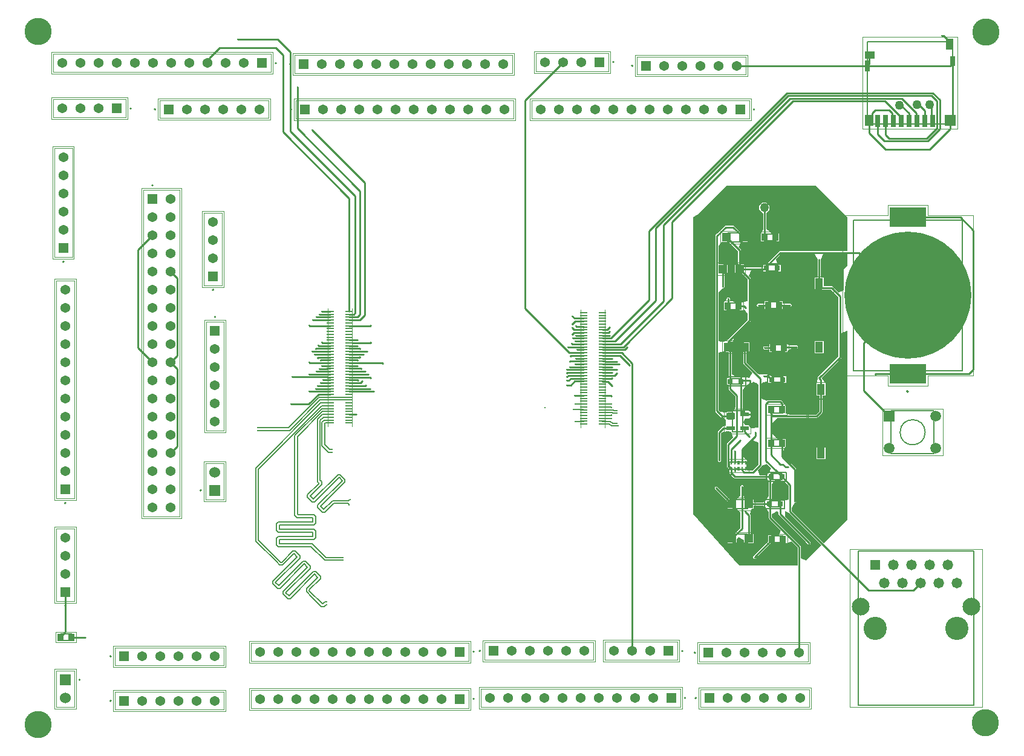
<source format=gtl>
G04*
G04 #@! TF.GenerationSoftware,Altium Limited,Altium Designer,22.1.2 (22)*
G04*
G04 Layer_Physical_Order=1*
G04 Layer_Color=255*
%FSLAX25Y25*%
%MOIN*%
G70*
G04*
G04 #@! TF.SameCoordinates,2E2365BE-A05A-434A-80F0-4BE633B458EC*
G04*
G04*
G04 #@! TF.FilePolarity,Positive*
G04*
G01*
G75*
%ADD10C,0.00787*%
%ADD11C,0.00500*%
%ADD12C,0.00394*%
%ADD13C,0.01000*%
%ADD14C,0.00197*%
%ADD15R,0.04528X0.04528*%
%ADD16R,0.03386X0.03858*%
%ADD17R,0.04488X0.00787*%
%ADD18R,0.03150X0.05906*%
%ADD19R,0.03150X0.05512*%
%ADD20R,0.05118X0.05906*%
%ADD21R,0.05906X0.05906*%
%ADD22R,0.05709X0.03937*%
%ADD23R,0.03937X0.06102*%
%ADD24R,0.02756X0.06890*%
%ADD25R,0.03150X0.03150*%
%ADD26R,0.00984X0.01968*%
%ADD27R,0.01772X0.01968*%
%ADD28R,0.20000X0.10984*%
%ADD29C,0.70000*%
G04:AMPARAMS|DCode=30|XSize=49.61mil|YSize=38.98mil|CornerRadius=9.74mil|HoleSize=0mil|Usage=FLASHONLY|Rotation=0.000|XOffset=0mil|YOffset=0mil|HoleType=Round|Shape=RoundedRectangle|*
%AMROUNDEDRECTD30*
21,1,0.04961,0.01949,0,0,0.0*
21,1,0.03012,0.03898,0,0,0.0*
1,1,0.01949,0.01506,-0.00974*
1,1,0.01949,-0.01506,-0.00974*
1,1,0.01949,-0.01506,0.00974*
1,1,0.01949,0.01506,0.00974*
%
%ADD30ROUNDEDRECTD30*%
G04:AMPARAMS|DCode=31|XSize=49.61mil|YSize=23.23mil|CornerRadius=5.81mil|HoleSize=0mil|Usage=FLASHONLY|Rotation=0.000|XOffset=0mil|YOffset=0mil|HoleType=Round|Shape=RoundedRectangle|*
%AMROUNDEDRECTD31*
21,1,0.04961,0.01161,0,0,0.0*
21,1,0.03799,0.02323,0,0,0.0*
1,1,0.01161,0.01900,-0.00581*
1,1,0.01161,-0.01900,-0.00581*
1,1,0.01161,-0.01900,0.00581*
1,1,0.01161,0.01900,0.00581*
%
%ADD31ROUNDEDRECTD31*%
%ADD32R,0.04331X0.05906*%
%ADD65R,0.05394X0.05394*%
%ADD66C,0.05394*%
%ADD67R,0.05394X0.05394*%
%ADD68C,0.12795*%
%ADD69C,0.09744*%
%ADD70R,0.05819X0.05819*%
%ADD71C,0.05819*%
%ADD72R,0.06024X0.06024*%
%ADD73C,0.06024*%
%ADD74C,0.05898*%
%ADD75R,0.05898X0.05898*%
%ADD76C,0.15000*%
%ADD77C,0.01000*%
%ADD78C,0.05000*%
G36*
X681000Y289000D02*
Y270366D01*
X644047D01*
X643435Y270112D01*
X636197Y262875D01*
X634672D01*
Y261366D01*
X624190D01*
Y263064D01*
X622492D01*
Y270748D01*
X622238Y271360D01*
X621162Y272436D01*
X622405Y275436D01*
X626190D01*
Y280564D01*
X623555D01*
X622287Y280564D01*
X618738Y284112D01*
X618126Y284366D01*
X613932D01*
X613320Y284112D01*
X609382Y280174D01*
X608488Y279280D01*
X608234Y278668D01*
Y182253D01*
X608488Y181641D01*
X611288Y178840D01*
X611900Y178587D01*
X612795D01*
X614143Y177064D01*
X614076Y174345D01*
X613936Y174040D01*
X612760Y173626D01*
X612148Y173372D01*
X612138Y173362D01*
X609888Y171112D01*
X609634Y170500D01*
Y168696D01*
Y156709D01*
X609634Y155000D01*
X609700Y154841D01*
Y154669D01*
X609822Y154547D01*
X609888Y154388D01*
X610047Y154322D01*
X610169Y154200D01*
X610341Y154200D01*
X610500Y154134D01*
X610659Y154200D01*
X610831D01*
X610953Y154322D01*
X611112Y154388D01*
X611178Y154547D01*
X611300Y154669D01*
X611300Y154841D01*
X611366Y155000D01*
Y156692D01*
Y168792D01*
X611366Y169703D01*
X611378Y170143D01*
X611439Y170214D01*
X612608Y170788D01*
X615270Y171202D01*
Y171202D01*
X615427Y171226D01*
X617116Y170636D01*
X617971Y167530D01*
X614888Y164447D01*
X614634Y163835D01*
Y152000D01*
X614888Y151388D01*
X615888Y150388D01*
X616165Y150273D01*
Y148000D01*
X616419Y147388D01*
X618419Y145388D01*
X619031Y145134D01*
X637172D01*
Y144125D01*
X637681D01*
Y135529D01*
X636220Y132875D01*
X636158Y132606D01*
X634264Y131866D01*
X629316D01*
X629316Y133564D01*
X625134Y133564D01*
X624450Y134054D01*
X624105Y134301D01*
X623866Y136430D01*
X623866Y140500D01*
X623800Y140659D01*
Y140831D01*
X623678Y140953D01*
X623612Y141112D01*
X623453Y141178D01*
X623331Y141300D01*
X623159Y141300D01*
X623000Y141366D01*
X622841Y141300D01*
X622669D01*
X622547Y141178D01*
X622388Y141112D01*
X622322Y140953D01*
X622200Y140831D01*
X622200Y140659D01*
X622134Y140500D01*
Y139858D01*
Y135706D01*
X621054Y134589D01*
X620064Y133564D01*
X619134Y133564D01*
X616161Y133564D01*
X609412Y140312D01*
X609253Y140378D01*
X609131Y140500D01*
X608959Y140500D01*
X608800Y140566D01*
X608641Y140500D01*
X608469D01*
X608347Y140378D01*
X608188Y140312D01*
X608122Y140153D01*
X608000Y140031D01*
X608000Y139859D01*
X607934Y139700D01*
X608000Y139541D01*
Y139369D01*
X608122Y139247D01*
X608188Y139088D01*
X614936Y132339D01*
X614936Y131071D01*
Y128436D01*
X619134D01*
X620064Y128436D01*
X622134Y126294D01*
Y117859D01*
X619510Y115234D01*
X619510D01*
X619169Y114894D01*
X619169Y114894D01*
X619049Y114773D01*
X619049D01*
X618839Y114564D01*
X618653Y114564D01*
X617571Y114564D01*
X614936D01*
Y109436D01*
X620064D01*
Y111682D01*
X620659Y112318D01*
Y112318D01*
X620891Y112565D01*
X621188Y112742D01*
X624188Y111040D01*
Y109436D01*
X629316D01*
Y114564D01*
X627618D01*
Y123917D01*
Y124748D01*
X627364Y125360D01*
X627288Y125436D01*
X628531Y128436D01*
X629316D01*
X629316Y130134D01*
X634264D01*
X636158Y129394D01*
X636220Y129125D01*
X637681Y126471D01*
Y123489D01*
X637935Y122877D01*
X644489Y116322D01*
X643415Y113729D01*
X641469D01*
X640507Y113729D01*
X637484D01*
X637484Y110495D01*
X630158Y103170D01*
X629388Y102400D01*
X629134Y101787D01*
X629134Y101500D01*
X629200Y101341D01*
X629200Y101169D01*
X629322Y101047D01*
X629388Y100888D01*
X629547Y100822D01*
X629669Y100700D01*
X629841D01*
X630000Y100634D01*
X630159Y100700D01*
X630331D01*
X630453Y100822D01*
X630612Y100888D01*
X630678Y101047D01*
X630800Y101169D01*
X630819Y101381D01*
X631390Y101953D01*
X638708Y109271D01*
X639976Y109271D01*
X641469Y109271D01*
X643507D01*
X644469Y109271D01*
X647493D01*
Y109399D01*
X650265Y110547D01*
X653634Y107178D01*
Y97000D01*
X621500D01*
X596000Y125500D01*
Y134500D01*
Y289000D01*
X598500Y290500D01*
X614500Y306500D01*
X663500D01*
X681000Y289000D01*
D02*
G37*
G36*
X664634Y265800D02*
Y265147D01*
Y255773D01*
X663035D01*
Y249267D01*
X667006Y249267D01*
X667165Y249201D01*
X672074D01*
X676134Y245141D01*
Y244707D01*
Y212693D01*
Y212259D01*
X675817Y211942D01*
X665753Y201877D01*
X664888Y201012D01*
X664822Y200853D01*
X664700Y200731D01*
Y200559D01*
X664634Y200400D01*
X664700Y200241D01*
Y200069D01*
X664684Y200003D01*
X664035Y197273D01*
X664035D01*
Y190767D01*
X665634D01*
Y182159D01*
X663641Y180166D01*
X649766D01*
X647016Y180771D01*
Y184888D01*
X647016Y184888D01*
Y185229D01*
X646760Y185260D01*
X645636Y186889D01*
X645333Y187191D01*
X644612Y187912D01*
X644000Y188166D01*
X644000Y188166D01*
X643672Y188166D01*
X637500D01*
X636888Y187912D01*
X636866Y187891D01*
X633866Y189133D01*
Y197567D01*
X634304Y197925D01*
X637070Y198323D01*
X637672Y197786D01*
Y197625D01*
X640578D01*
X641422Y197625D01*
X643578D01*
X644422Y197625D01*
X647328D01*
Y201375D01*
X644422D01*
X643578Y201375D01*
X641422D01*
X640578Y201375D01*
X638897Y201375D01*
X638160Y202112D01*
X637547Y202366D01*
X637329D01*
Y202366D01*
X635000Y202366D01*
X634144Y202357D01*
X633598Y202416D01*
Y202416D01*
X632749Y202508D01*
X631732Y202753D01*
X631484Y202863D01*
X630037Y204310D01*
X625366Y208981D01*
X625366Y214936D01*
X627064Y214936D01*
Y220064D01*
X621936D01*
Y214936D01*
X623634Y214936D01*
Y209766D01*
X623634Y208623D01*
X623888Y208010D01*
X628594Y203304D01*
X627155Y200500D01*
X625628Y200879D01*
X624980Y201075D01*
X624837D01*
X624837Y201075D01*
X622906D01*
Y198500D01*
X621906D01*
Y201075D01*
X619831D01*
X617366Y202367D01*
Y214936D01*
X617812D01*
Y220064D01*
X617812D01*
X618785Y222661D01*
X627612Y231488D01*
X627866Y232100D01*
Y255126D01*
X627612Y255738D01*
X626717Y256634D01*
X627959Y259634D01*
X634672D01*
Y259125D01*
X637578D01*
X638422Y259125D01*
X640578D01*
X641422Y259125D01*
X644328D01*
Y262875D01*
X642889D01*
X641647Y265875D01*
X644406Y268634D01*
X663190D01*
X664634Y265800D01*
D02*
G37*
G36*
X620760Y270389D02*
Y263064D01*
X619062D01*
Y257936D01*
X622965D01*
X626134Y254767D01*
Y243010D01*
X625822Y242696D01*
X625772Y242682D01*
X623005Y242229D01*
X620153Y242229D01*
X619019Y242229D01*
X617634Y242666D01*
X617146Y242821D01*
X617118Y242837D01*
X616366Y243366D01*
X616366Y244000D01*
X616300Y244159D01*
Y244331D01*
X616178Y244453D01*
X616112Y244612D01*
X615953Y244678D01*
X615831Y244800D01*
X615659D01*
X615500Y244866D01*
X615341Y244800D01*
X615169D01*
X615047Y244678D01*
X614888Y244612D01*
X614797Y244428D01*
X614700Y244331D01*
X614452Y243803D01*
X612995Y242229D01*
X612995D01*
X612995Y239526D01*
Y237771D01*
X616019D01*
X616981Y237771D01*
X619019D01*
X619981Y237771D01*
X621483D01*
X623005Y237771D01*
X623005Y237771D01*
X624379Y238021D01*
X625999Y235692D01*
X626134Y235362D01*
Y232459D01*
X615114Y221439D01*
X613212Y220363D01*
X611398Y220386D01*
X609966Y220744D01*
Y247660D01*
X611255Y248988D01*
X612374Y249734D01*
X612533Y249800D01*
X612705Y249800D01*
X612827Y249922D01*
X612986Y249988D01*
X613052Y250147D01*
X613174Y250269D01*
X613174Y250441D01*
X613240Y250600D01*
X613240Y250600D01*
X613240Y252579D01*
Y257936D01*
X614938D01*
Y263064D01*
X609966D01*
Y273200D01*
X611810Y275436D01*
X615713D01*
X620760Y270389D01*
D02*
G37*
G36*
X681000Y262342D02*
X679200Y260542D01*
Y248767D01*
X676200Y247525D01*
X673045Y250679D01*
X672433Y250933D01*
X667965D01*
X667965Y252039D01*
Y255773D01*
X666366D01*
Y265147D01*
Y265800D01*
X667810Y268634D01*
X681000D01*
Y262342D01*
D02*
G37*
G36*
X615634Y214815D02*
Y200375D01*
X614625D01*
Y196625D01*
X615634D01*
Y194500D01*
X615888Y193888D01*
X619334Y190441D01*
Y184562D01*
X618148Y181807D01*
X615136D01*
X614160Y181403D01*
X610990Y181588D01*
X609966Y182612D01*
Y214256D01*
X612684Y214936D01*
X615634Y214815D01*
D02*
G37*
G36*
X628000Y197500D02*
X628121D01*
X629000Y198379D01*
X631535Y197257D01*
X632134Y196891D01*
Y173936D01*
X631916Y173428D01*
X631586Y172947D01*
X627939Y172651D01*
X627211Y173340D01*
X626932Y174015D01*
X626258Y174294D01*
X624761Y174294D01*
X623706Y176121D01*
X624761Y177949D01*
X626258D01*
X627468Y178450D01*
X627969Y179659D01*
Y179740D01*
X624358D01*
Y180240D01*
X623858D01*
Y182532D01*
X623272D01*
Y193633D01*
X624980Y195925D01*
X627000Y197280D01*
Y199000D01*
X628000D01*
Y197500D01*
D02*
G37*
G36*
X632134Y164667D02*
Y152859D01*
X628697Y149422D01*
X625699Y149502D01*
X625698Y152365D01*
Y154934D01*
X623884Y157054D01*
X623803Y157805D01*
Y160578D01*
X629134Y165910D01*
X632134Y164667D01*
D02*
G37*
G36*
X638901Y150875D02*
X637658Y147875D01*
X637172D01*
Y146866D01*
X632833D01*
X631591Y149866D01*
X633612Y151888D01*
X633622Y151911D01*
X635678Y152747D01*
X636866Y152910D01*
X638901Y150875D01*
D02*
G37*
G36*
X645939Y143789D02*
X648634Y141094D01*
Y133456D01*
X645875Y132875D01*
X645634Y132875D01*
X642969D01*
X642125Y132875D01*
X639413Y133570D01*
Y141750D01*
X640922Y144125D01*
X643078D01*
X645939Y143789D01*
D02*
G37*
G36*
X681000Y226441D02*
Y122500D01*
X668012Y109512D01*
X650675Y126850D01*
X650366Y127159D01*
Y129065D01*
X650582Y129570D01*
X651998Y131636D01*
X652157Y131702D01*
X652330D01*
X652451Y131824D01*
X652610Y131889D01*
X652612Y131891D01*
X652678Y132050D01*
X652798Y132170D01*
X652798Y132340D01*
X652866Y132503D01*
X652866Y132504D01*
X652866Y133083D01*
X652866Y133083D01*
X652866Y134480D01*
Y149275D01*
Y150121D01*
X652612Y150734D01*
X650222Y153124D01*
X645878Y157468D01*
Y160079D01*
X646845Y162252D01*
X647005Y162271D01*
X647005Y162612D01*
X647005Y162612D01*
Y166729D01*
X643019D01*
Y166729D01*
X642629D01*
X639866Y169267D01*
Y175748D01*
X642829Y178434D01*
X664000D01*
X664612Y178688D01*
X667112Y181188D01*
X667366Y181800D01*
Y182627D01*
Y190767D01*
X668965D01*
Y197273D01*
X668965D01*
X667292Y199579D01*
X667112Y200012D01*
X667014Y200613D01*
X667566Y201241D01*
X677045Y210721D01*
X677612Y211288D01*
X677866Y211900D01*
Y212767D01*
Y224927D01*
X680866Y226531D01*
X681000Y226441D01*
D02*
G37*
G36*
X646594Y126958D02*
X648888Y126188D01*
X649490Y125585D01*
X666788Y108288D01*
X658366Y99866D01*
X655366Y101109D01*
Y107536D01*
X655112Y108149D01*
X639413Y123848D01*
Y125424D01*
X642413Y126945D01*
X643134Y126417D01*
X643134Y125500D01*
X643388Y124888D01*
X644563Y123712D01*
X658193Y110082D01*
X659388Y108888D01*
X659547Y108822D01*
X659669Y108700D01*
X659841Y108700D01*
X660000Y108634D01*
X660159Y108700D01*
X660331D01*
X660453Y108822D01*
X660612Y108888D01*
X660678Y109047D01*
X660800Y109169D01*
X660800Y109341D01*
X660866Y109500D01*
X660800Y109659D01*
Y109831D01*
X660678Y109953D01*
X660612Y110112D01*
X659395Y111329D01*
X646667Y124058D01*
X646579Y126960D01*
X646594Y126958D01*
D02*
G37*
%LPC*%
G36*
X636410Y297050D02*
X634090D01*
X632450Y295410D01*
Y293090D01*
X633578Y291962D01*
X634090Y291450D01*
X634200Y291366D01*
X634634Y291032D01*
Y283144D01*
Y282421D01*
X633667Y280248D01*
X633507Y280229D01*
X633507Y279888D01*
X633507Y279888D01*
Y275771D01*
X636531D01*
X637493Y275771D01*
X639531D01*
X640493Y275771D01*
X643516D01*
Y280229D01*
X640493D01*
X639310Y280229D01*
X637405Y281868D01*
X636366Y282762D01*
Y291394D01*
X636410Y291450D01*
X637153Y292193D01*
X638050Y293090D01*
Y295410D01*
X636410Y297050D01*
D02*
G37*
G36*
X641519Y242729D02*
X639481D01*
X638519Y242729D01*
X635495D01*
X635495Y241366D01*
X632000Y241366D01*
X631388Y241112D01*
X631134Y240500D01*
X631388Y239888D01*
X632000Y239634D01*
X635495Y239634D01*
X635495Y238271D01*
X638519D01*
X639481Y238271D01*
X641519D01*
X642481Y238271D01*
X645505D01*
X645505Y239634D01*
X649500Y239634D01*
X649659Y239700D01*
X649831D01*
X649953Y239822D01*
X650112Y239888D01*
X650178Y240047D01*
X650300Y240169D01*
X650300Y240169D01*
X650300Y240341D01*
X650366Y240500D01*
X650300Y240659D01*
X650300Y240831D01*
X650300Y240831D01*
X650178Y240953D01*
X650112Y241112D01*
X649953Y241178D01*
X649831Y241300D01*
X649659Y241300D01*
X649500Y241366D01*
X645505D01*
X645505Y242729D01*
X642481D01*
X641519Y242729D01*
D02*
G37*
G36*
X648005Y219229D02*
X647128D01*
D01*
X644027Y219229D01*
X641981D01*
X641019Y219229D01*
X637995D01*
X637995Y217866D01*
X635500Y217866D01*
X635341Y217800D01*
X635169D01*
X635047Y217678D01*
X634888Y217612D01*
X634822Y217453D01*
X634700Y217331D01*
X634700Y217331D01*
X634700Y217159D01*
X634634Y217000D01*
X634700Y216841D01*
X634700Y216669D01*
X634700Y216669D01*
X634822Y216547D01*
X634888Y216388D01*
X635047Y216322D01*
X635169Y216200D01*
X635341Y216200D01*
X635500Y216134D01*
X637995D01*
X637995Y214771D01*
X641019D01*
X641981Y214771D01*
X644019D01*
X644981Y214771D01*
X648005Y214771D01*
X648005Y215501D01*
X648005D01*
Y215501D01*
X648009Y215537D01*
X650550Y216634D01*
X653000Y216634D01*
X653159Y216700D01*
X653331D01*
X653453Y216822D01*
X653612Y216888D01*
X653678Y217047D01*
X653800Y217169D01*
X653800Y217169D01*
X653800Y217341D01*
X653866Y217500D01*
X653800Y217659D01*
X653800Y217831D01*
X653800Y217831D01*
X653678Y217953D01*
X653612Y218112D01*
X653453Y218178D01*
X653331Y218300D01*
X653159Y218300D01*
X653000Y218366D01*
X649670D01*
X648142Y218865D01*
X648005Y219229D01*
D02*
G37*
G36*
X667965Y220733D02*
X663035D01*
Y214228D01*
X667965D01*
Y220733D01*
D02*
G37*
G36*
X626258Y182532D02*
X624858D01*
Y180740D01*
X627969D01*
Y180821D01*
X627468Y182031D01*
X626258Y182532D01*
D02*
G37*
G36*
X668965Y162233D02*
X664035D01*
Y155728D01*
X668965D01*
Y162233D01*
D02*
G37*
%LPD*%
D10*
X629953Y348500D02*
G03*
X629953Y348500I-394J0D01*
G01*
X728433Y335610D02*
G03*
X728433Y335610I-394J0D01*
G01*
X332894Y234059D02*
G03*
X332894Y234059I-394J0D01*
G01*
X275335Y22500D02*
G03*
X275335Y22500I-394J0D01*
G01*
X298394Y306559D02*
G03*
X298394Y306559I-394J0D01*
G01*
X366453Y374000D02*
G03*
X366453Y374000I-394J0D01*
G01*
X331894Y248941D02*
G03*
X331894Y248941I-394J0D01*
G01*
X597335Y49000D02*
G03*
X597335Y49000I-394J0D01*
G01*
X275335Y47000D02*
G03*
X275335Y47000I-394J0D01*
G01*
X374835Y348500D02*
G03*
X374835Y348500I-394J0D01*
G01*
X374335Y373500D02*
G03*
X374335Y373500I-394J0D01*
G01*
X679312Y97303D02*
G03*
X679312Y97303I-394J0D01*
G01*
X552453Y374500D02*
G03*
X552453Y374500I-394J0D01*
G01*
X617425Y147153D02*
G03*
X617425Y147153I-394J0D01*
G01*
X562835Y372500D02*
G03*
X562835Y372500I-394J0D01*
G01*
X714663Y192967D02*
G03*
X714663Y192967I-557J0D01*
G01*
X286453Y349000D02*
G03*
X286453Y349000I-394J0D01*
G01*
X258268Y34000D02*
G03*
X258268Y34000I-394J0D01*
G01*
X590453Y50000D02*
G03*
X590453Y50000I-394J0D01*
G01*
X249394Y264441D02*
G03*
X249394Y264441I-394J0D01*
G01*
X475453Y49500D02*
G03*
X475453Y49500I-394J0D01*
G01*
X597835Y24000D02*
G03*
X597835Y24000I-394J0D01*
G01*
X612232Y179650D02*
G03*
X612232Y179650I-394J0D01*
G01*
X478835Y50000D02*
G03*
X478835Y50000I-394J0D01*
G01*
X666894Y153232D02*
G03*
X666894Y153232I-394J0D01*
G01*
X665894Y211732D02*
G03*
X665894Y211732I-394J0D01*
G01*
X591953Y24000D02*
G03*
X591953Y24000I-394J0D01*
G01*
X475453Y23500D02*
G03*
X475453Y23500I-394J0D01*
G01*
X250394Y74941D02*
G03*
X250394Y74941I-394J0D01*
G01*
X299835Y348500D02*
G03*
X299835Y348500I-394J0D01*
G01*
X250394Y131441D02*
G03*
X250394Y131441I-394J0D01*
G01*
X325020Y138500D02*
G03*
X325020Y138500I-394J0D01*
G01*
D11*
X530000Y183000D02*
X530063Y182937D01*
X535543D01*
X535606Y182874D01*
X549662Y185939D02*
X551061D01*
X546037Y184486D02*
X548994D01*
X549041Y184439D01*
X549615Y185986D02*
X549662Y185939D01*
X549041Y184439D02*
X550993D01*
X546037Y185986D02*
X549615D01*
X392424Y127934D02*
X396921Y132432D01*
X397361Y132871D02*
X406115D01*
X396921Y132432D02*
X396921D01*
X390656Y129702D02*
X392424Y127934D01*
X392424D01*
X390656Y129702D02*
Y129702D01*
X397982Y131371D02*
X405848D01*
X389156Y129081D02*
X391802Y126434D01*
X393484Y126874D02*
X393484D01*
X397982Y131371D01*
X396921Y132432D02*
X397361Y132871D01*
X393045Y126434D02*
X393484Y126874D01*
X391802Y126434D02*
X393045D01*
X406500Y130500D02*
Y130635D01*
X405848Y131371D02*
X406141Y131078D01*
Y130994D02*
Y131078D01*
X406804Y133561D02*
X406939D01*
X406115Y132871D02*
X406804Y133561D01*
X406141Y130994D02*
X406500Y130635D01*
X389775Y189793D02*
X406463D01*
X390397Y188293D02*
X406463D01*
Y189793D02*
X406500Y189831D01*
X372982Y173000D02*
X389775Y189793D01*
X356000Y173000D02*
X372982D01*
X406463Y188293D02*
X406500Y188256D01*
X373603Y171500D02*
X390397Y188293D01*
X356000Y171500D02*
X373603D01*
X546000Y186024D02*
X546037Y185986D01*
X546000Y184449D02*
X546037Y184486D01*
X551768Y181000D02*
X554000D01*
X546037Y181337D02*
X551431D01*
X546000Y181299D02*
X546037Y181337D01*
X551431D02*
X551768Y181000D01*
X552389Y182500D02*
X554000D01*
X546037Y182837D02*
X552052D01*
X546000Y182874D02*
X546037Y182837D01*
X552052D02*
X552389Y182500D01*
X546037Y179687D02*
X551000D01*
X546037Y178187D02*
X551000D01*
X546000Y179724D02*
X546037Y179687D01*
X546000Y178150D02*
X546037Y178187D01*
X550995Y173936D02*
X554686D01*
X551616Y175436D02*
X553936D01*
X554000Y175500D01*
X546037Y176537D02*
X550514D01*
X546000Y176575D02*
X546037Y176537D01*
X550514D02*
X551616Y175436D01*
X546037Y175037D02*
X549893D01*
X546000Y175000D02*
X546037Y175037D01*
X549893D02*
X550995Y173936D01*
X531000Y176500D02*
X531037Y176537D01*
X531000Y186000D02*
X531012Y186012D01*
X531037Y176537D02*
X535569D01*
X531012Y186012D02*
X535594D01*
X535606Y186024D01*
X396069Y186644D02*
X396106Y186681D01*
X390879Y186644D02*
X396069D01*
X355000Y150765D02*
X390879Y186644D01*
X355000Y110550D02*
Y150765D01*
Y110550D02*
X367275Y98275D01*
X367763Y97788D01*
X368202Y97348D01*
X369859D01*
X376101Y103591D01*
X377869Y101823D01*
X364348Y88302D02*
X377869Y101823D01*
X364348Y87060D02*
Y88302D01*
Y87060D02*
X366995Y84413D01*
X368237D01*
X381758Y97934D01*
X383526Y96166D01*
X370005Y82646D02*
X383526Y96166D01*
X370005Y81403D02*
Y82646D01*
Y81403D02*
X372652Y78756D01*
X373894D01*
X387415Y92277D01*
X389183Y90510D01*
X382940Y84267D02*
X389183Y90510D01*
X382940Y82610D02*
Y84267D01*
Y82610D02*
X386038Y79513D01*
X386525Y79025D01*
X391007Y74543D01*
X392664D01*
X393561Y75439D01*
X394061D01*
X396069Y185144D02*
X396106Y185106D01*
X391500Y185144D02*
X396069D01*
X356500Y150144D02*
X391500Y185144D01*
X356500Y111172D02*
Y150144D01*
Y111172D02*
X368823Y98848D01*
X369237D01*
X375480Y105091D01*
X376723D01*
X379369Y102445D01*
Y101202D02*
Y102445D01*
X365848Y87681D02*
X379369Y101202D01*
X365848Y87681D02*
X367616Y85913D01*
X381137Y99434D01*
X382380D01*
X385026Y96788D01*
Y95545D02*
Y96788D01*
X371505Y82024D02*
X385026Y95545D01*
X371505Y82024D02*
X373273Y80256D01*
X386794Y93777D01*
X388036D01*
X390683Y91131D01*
Y89888D02*
Y91131D01*
X384440Y83646D02*
X390683Y89888D01*
X384440Y83231D02*
Y83646D01*
Y83231D02*
X391629Y76043D01*
X392043D01*
X392939Y76939D01*
X394061D01*
X396069Y183494D02*
X396106Y183531D01*
X391265Y183494D02*
X396069D01*
X376500Y168729D02*
X391265Y183494D01*
X376500Y124672D02*
Y168729D01*
Y124672D02*
X377672Y123501D01*
X386500D01*
Y121001D02*
Y123501D01*
X367379Y121001D02*
X386500D01*
X366500Y120122D02*
X367379Y121001D01*
X366500Y116380D02*
Y120122D01*
Y116380D02*
X367379Y115501D01*
X386500D01*
Y113001D02*
Y115501D01*
X367379Y113001D02*
X386500D01*
X366500Y112122D02*
X367379Y113001D01*
X366500Y108380D02*
Y112122D01*
Y108380D02*
X367379Y107501D01*
X385499D01*
X393000Y100000D01*
X403000D01*
X396069Y181994D02*
X396106Y181957D01*
X391886Y181994D02*
X396069D01*
X378000Y168108D02*
X391886Y181994D01*
X378000Y125294D02*
Y168108D01*
Y125294D02*
X378293Y125001D01*
X387121D01*
X388000Y124122D01*
Y120380D02*
Y124122D01*
X387121Y119501D02*
X388000Y120380D01*
X368000Y119501D02*
X387121D01*
X368000Y117001D02*
Y119501D01*
Y117001D02*
X387121D01*
X388000Y116122D01*
Y112380D02*
Y116122D01*
X387121Y111501D02*
X388000Y112380D01*
X368000Y111501D02*
X387121D01*
X368000Y109001D02*
Y111501D01*
Y109001D02*
X386120D01*
X388250Y106871D01*
X393621Y101500D01*
X403000D01*
X396069Y180344D02*
X396106Y180382D01*
X391651Y180344D02*
X396069D01*
X389000Y177694D02*
X391651Y180344D01*
X389000Y143379D02*
Y177694D01*
Y143379D02*
X389189Y143189D01*
X389742Y142637D01*
Y142223D02*
Y142637D01*
X383499Y135980D02*
X389742Y142223D01*
X383499Y134737D02*
Y135980D01*
Y134737D02*
X386146Y132091D01*
X387388D01*
X400909Y145612D01*
X402677Y143844D01*
X389156Y130323D02*
X402677Y143844D01*
X389156Y129081D02*
Y130323D01*
X396069Y178844D02*
X396106Y178807D01*
X392272Y178844D02*
X396069D01*
X390500Y177073D02*
X392272Y178844D01*
X390500Y144000D02*
Y177073D01*
Y144000D02*
X391242Y143258D01*
Y141601D02*
Y143258D01*
X384999Y135359D02*
X391242Y141601D01*
X384999Y135359D02*
X386767Y133591D01*
X400288Y147112D01*
X401530D01*
X404177Y144465D01*
Y143223D02*
Y144465D01*
X390656Y129702D02*
X404177Y143223D01*
X396069Y177195D02*
X396106Y177232D01*
X392672Y177195D02*
X396069D01*
X391500Y176023D02*
X392672Y177195D01*
X391500Y163129D02*
Y176023D01*
Y163129D02*
X395129Y159500D01*
X397000D01*
X396069Y175695D02*
X396106Y175657D01*
X393293Y175695D02*
X396069D01*
X393000Y175402D02*
X393293Y175695D01*
X393000Y163750D02*
Y175402D01*
Y163750D02*
X395750Y161000D01*
X397000D01*
X535569Y176537D02*
X535606Y176575D01*
X723910Y170500D02*
G03*
X723910Y170500I-6909J0D01*
G01*
X615937Y215039D02*
X623811D01*
X615937Y219961D02*
X623811D01*
Y215039D02*
Y219961D01*
X615937Y215039D02*
Y219961D01*
X639732Y215150D02*
Y218850D01*
X646268Y215150D02*
Y218850D01*
X639732D02*
X646268D01*
X639732Y215150D02*
X646268D01*
X614732Y238150D02*
Y241850D01*
X621268Y238150D02*
Y241850D01*
X614732D02*
X621268D01*
X614732Y238150D02*
X621268D01*
X637232Y238650D02*
Y242350D01*
X643768Y238650D02*
Y242350D01*
X637232D02*
X643768D01*
X637232Y238650D02*
X643768D01*
X738965Y340532D02*
Y385610D01*
X691917D02*
X738965D01*
X691917Y340532D02*
Y385610D01*
Y340532D02*
X738965D01*
X639220Y109650D02*
X645756D01*
X639220Y113350D02*
X645756D01*
Y109650D02*
Y113350D01*
X639220Y109650D02*
Y113350D01*
X687206Y104980D02*
X750710D01*
Y19980D02*
Y104980D01*
X687206Y19980D02*
X750710D01*
X687206D02*
Y104980D01*
X636350Y259425D02*
Y262575D01*
X642650Y259425D02*
Y262575D01*
X636350D02*
X642650D01*
X636350Y259425D02*
X642650D01*
X616047Y150106D02*
Y154043D01*
X625890D01*
Y150106D02*
Y154043D01*
X616047Y150106D02*
X625890D01*
X635244Y276150D02*
X641780D01*
X635244Y279850D02*
X641780D01*
Y276150D02*
Y279850D01*
X635244Y276150D02*
Y279850D01*
X638744Y181150D02*
X645280D01*
X638744Y184850D02*
X645280D01*
Y181150D02*
Y184850D01*
X638744Y181150D02*
Y184850D01*
X638732Y162650D02*
X645268D01*
X638732Y166350D02*
X645268D01*
Y162650D02*
Y166350D01*
X638732Y162650D02*
Y166350D01*
X638850Y144425D02*
Y147575D01*
X645150Y144425D02*
Y147575D01*
X638850D02*
X645150D01*
X638850Y144425D02*
X645150D01*
X637898Y129425D02*
Y132575D01*
X644197Y129425D02*
Y132575D01*
X637898D02*
X644197D01*
X637898Y129425D02*
X644197D01*
X684500Y204424D02*
Y287416D01*
X744500D01*
Y204424D02*
Y287416D01*
X684500Y204424D02*
X744500D01*
X618189Y109539D02*
Y114461D01*
X626063Y109539D02*
Y114461D01*
X618189D02*
X626063D01*
X618189Y109539D02*
X626063D01*
X705209Y158709D02*
Y182291D01*
Y158709D02*
X728791D01*
Y182291D01*
X705209D02*
X728791D01*
X618189Y128539D02*
Y133461D01*
X626063Y128539D02*
Y133461D01*
X618189D02*
X626063D01*
X618189Y128539D02*
X626063D01*
X617744Y170594D02*
Y182405D01*
Y170594D02*
X623256D01*
Y182405D01*
X617744D02*
X623256D01*
X616303Y196925D02*
Y200075D01*
X622602Y196925D02*
Y200075D01*
X616303D02*
X622602D01*
X616303Y196925D02*
X622602D01*
X613063Y258039D02*
Y262961D01*
X620937Y258039D02*
Y262961D01*
X613063D02*
X620937D01*
X613063Y258039D02*
X620937D01*
X659453Y164098D02*
Y188902D01*
X673547D01*
Y164098D02*
Y188902D01*
X659453Y164098D02*
X673547D01*
X658453Y222598D02*
Y247402D01*
X672547D01*
Y222598D02*
Y247402D01*
X658453Y222598D02*
X672547D01*
X615063Y275539D02*
Y280461D01*
X622937Y275539D02*
Y280461D01*
X615063D02*
X622937D01*
X615063Y275539D02*
X622937D01*
X639350Y197925D02*
Y201075D01*
X645650Y197925D02*
Y201075D01*
X639350D02*
X645650D01*
X639350Y197925D02*
X645650D01*
X247232Y55650D02*
X253768D01*
X247232Y59350D02*
X253768D01*
Y55650D02*
Y59350D01*
X247232Y55650D02*
Y59350D01*
X633988Y263559D02*
X645012D01*
Y258441D02*
Y263559D01*
X633988Y258441D02*
Y263559D01*
Y258441D02*
X645012D01*
X636488Y148559D02*
X647512D01*
Y143441D02*
Y148559D01*
X636488Y143441D02*
Y148559D01*
Y143441D02*
X647512D01*
X635535Y133559D02*
X646559D01*
Y128441D02*
Y133559D01*
X635535Y128441D02*
Y133559D01*
Y128441D02*
X646559D01*
X613941Y201059D02*
X624965D01*
Y195941D02*
Y201059D01*
X613941Y195941D02*
Y201059D01*
Y195941D02*
X624965D01*
X636988Y202059D02*
X648012D01*
Y196941D02*
Y202059D01*
X636988Y196941D02*
Y202059D01*
Y196941D02*
X648012D01*
D12*
X627000Y343500D02*
Y353500D01*
X507000Y343500D02*
X627000D01*
X507000D02*
Y353500D01*
X627000D01*
X407960Y173884D02*
Y238850D01*
X394646Y173884D02*
Y238848D01*
X337400Y171500D02*
Y231500D01*
X327600D02*
X337400D01*
X327600Y171500D02*
Y231500D01*
Y171500D02*
X337400D01*
X277500Y27400D02*
X337500D01*
X277500Y17600D02*
Y27400D01*
Y17600D02*
X337500D01*
Y27400D01*
X293000Y124000D02*
Y304000D01*
Y124000D02*
X313000D01*
Y304000D01*
X293000D02*
X313000D01*
X243500Y379000D02*
X363500D01*
X243500Y369000D02*
Y379000D01*
Y369000D02*
X363500D01*
Y379000D01*
X326500Y251500D02*
X336500D01*
X326500D02*
Y291500D01*
X336500D01*
Y251500D02*
Y291500D01*
X659500Y44100D02*
Y53900D01*
X599500Y44100D02*
X659500D01*
X599500D02*
Y53900D01*
X659500D01*
X337500Y42100D02*
Y51900D01*
X277500Y42100D02*
X337500D01*
X277500D02*
Y51900D01*
X337500D01*
X377000Y343500D02*
Y353500D01*
X497000D01*
Y343500D02*
Y353500D01*
X377000Y343500D02*
X497000D01*
X376500Y368500D02*
Y378500D01*
X496500D01*
Y368500D02*
Y378500D01*
X376500Y368500D02*
X496500D01*
X549500Y369500D02*
Y379500D01*
X509500Y369500D02*
X549500D01*
X509500D02*
Y379500D01*
X549500D01*
X547460Y173227D02*
Y238192D01*
X534146Y173227D02*
Y238191D01*
X625000Y367600D02*
Y377400D01*
X565000Y367600D02*
X625000D01*
X565000D02*
Y377400D01*
X625000D01*
X283500Y344000D02*
Y354000D01*
X243500Y344000D02*
X283500D01*
X243500D02*
Y354000D01*
X283500D01*
X245000Y39000D02*
X255000D01*
Y19000D02*
Y39000D01*
X245000Y19000D02*
X255000D01*
X245000D02*
Y39000D01*
X587500Y45000D02*
Y55000D01*
X547500Y45000D02*
X587500D01*
X547500D02*
Y55000D01*
X587500D01*
X244100Y327000D02*
X253900D01*
Y267000D02*
Y327000D01*
X244100Y267000D02*
X253900D01*
X244100D02*
Y327000D01*
X472500Y44500D02*
Y54500D01*
X352500Y44500D02*
X472500D01*
X352500D02*
Y54500D01*
X472500D01*
X660000Y19100D02*
Y28900D01*
X600000Y19100D02*
X660000D01*
X600000D02*
Y28900D01*
X660000D01*
X541000Y45100D02*
Y54900D01*
X481000Y45100D02*
X541000D01*
X481000D02*
Y54900D01*
X541000D01*
X479000Y19000D02*
Y29000D01*
X589000D01*
Y19000D02*
Y29000D01*
X479000Y19000D02*
X589000D01*
X479000D02*
Y29000D01*
X589000D01*
Y19000D02*
Y29000D01*
X472500Y18500D02*
Y28500D01*
X352500Y18500D02*
X472500D01*
X352500D02*
Y28500D01*
X472500D01*
X245000Y77500D02*
X255000D01*
X245000D02*
Y117500D01*
X255000D01*
Y77500D02*
Y117500D01*
X362000Y343600D02*
Y353400D01*
X302000Y343600D02*
X362000D01*
X302000D02*
Y353400D01*
X362000D01*
X245000Y134000D02*
X255000D01*
X245000D02*
Y254000D01*
X255000D01*
Y134000D02*
Y254000D01*
X327500Y133500D02*
X337500D01*
X327500D02*
Y153500D01*
X337500D01*
Y133500D02*
Y153500D01*
D13*
X418201Y229201D02*
X418500Y229500D01*
X406500Y229201D02*
X418201D01*
X705717Y342677D02*
Y346283D01*
X696500Y348000D02*
X704000D01*
X705717Y342677D02*
X706386Y342008D01*
X704000Y348000D02*
X705717Y346283D01*
X693000Y342894D02*
X694817Y344710D01*
Y346317D02*
X696500Y348000D01*
X694817Y344710D02*
Y346317D01*
X693000Y335500D02*
Y342894D01*
X386000Y337000D02*
X415000Y308000D01*
X738965Y343780D02*
Y373799D01*
X692016Y372421D02*
X737587D01*
X738965Y373799D01*
Y374980D01*
X737685Y342500D02*
X738965Y343780D01*
X737685Y337685D02*
Y342500D01*
X726500Y326500D02*
X737685Y337685D01*
X702000Y326500D02*
X726500D01*
X693000Y335500D02*
X702000Y326500D01*
X672433Y250067D02*
X677000Y245500D01*
X665500Y200400D02*
X677000Y211900D01*
Y245500D01*
X667165Y250067D02*
X672433D01*
X665500Y251732D02*
X667165Y250067D01*
X665500Y251732D02*
Y265800D01*
X644000Y126000D02*
Y131000D01*
Y125500D02*
Y126000D01*
X651998Y132502D02*
X652000Y132504D01*
Y150121D01*
X645012Y157109D02*
Y164500D01*
Y157109D02*
X652000Y150121D01*
X649500Y126800D02*
Y141453D01*
X641622Y149331D02*
X649500Y141453D01*
Y126800D02*
X692800Y83500D01*
X619000Y153650D02*
Y160000D01*
X526500Y196500D02*
X528673D01*
X530764Y198591D01*
X535575D01*
X528590Y200091D02*
X533862D01*
X535575Y198591D02*
X535606Y198622D01*
X533968Y200197D02*
X535606D01*
X533862Y200091D02*
X533968Y200197D01*
X530075Y222244D02*
X535606D01*
X503500Y238757D02*
Y353500D01*
X527350Y217520D02*
X535606D01*
X503500Y238757D02*
X527757Y214500D01*
X529061Y219561D02*
X529527Y219095D01*
X535606D01*
X529761Y222559D02*
X530075Y222244D01*
X527757Y214500D02*
X530500D01*
X527105Y217274D02*
X527350Y217520D01*
X615248Y220348D02*
X627000Y232100D01*
X638547Y129161D02*
Y145500D01*
X636709Y131000D02*
X638547Y129161D01*
X616500Y151000D02*
X617031D01*
X530500Y214500D02*
X530630Y214370D01*
X535606D01*
X528500Y212500D02*
X528795Y212795D01*
X535606D01*
X532055Y215945D02*
X535606D01*
X532000Y216000D02*
X532055Y215945D01*
X531183Y220744D02*
X531258Y220669D01*
X535606D01*
X531244Y223744D02*
X531319Y223819D01*
X531500Y229000D02*
X531862Y228638D01*
X531071Y208071D02*
X535606D01*
X531000Y208000D02*
X531071Y208071D01*
X528146Y209646D02*
X535606D01*
X528000Y209500D02*
X528146Y209646D01*
X531342Y211146D02*
X531417Y211221D01*
X535606D01*
X526500Y205000D02*
X526579Y204921D01*
X527272Y201772D02*
X535606D01*
X526500Y199000D02*
X527500D01*
X526778Y203346D02*
X535606D01*
X527500Y199000D02*
X528590Y200091D01*
X526474Y203042D02*
X526778Y203346D01*
X526447Y200947D02*
X527272Y201772D01*
X526579Y204921D02*
X535606D01*
X622906Y199000D02*
X627500D01*
X622937Y160937D02*
X630500Y168500D01*
Y170500D01*
X624358Y170642D02*
Y172760D01*
Y170642D02*
X627000Y168000D01*
X622937Y153650D02*
Y160937D01*
X617031Y161031D02*
X621939Y165939D01*
X617031Y153650D02*
Y161031D01*
X503500Y353500D02*
X524500Y374500D01*
X530732Y233268D02*
X535606D01*
X529500Y224500D02*
X530394Y225394D01*
X530531Y226969D02*
X535606D01*
X530394Y225394D02*
X535606D01*
X531193Y231693D02*
X535606D01*
X529500Y228000D02*
X530531Y226969D01*
X529500Y230000D02*
X531193Y231693D01*
X529500Y234500D02*
X530732Y233268D01*
X531319Y223819D02*
X535606D01*
X528004Y206496D02*
X535606D01*
X528000Y206500D02*
X528004Y206496D01*
X546000Y223819D02*
X550181D01*
X550189Y223811D01*
X550000Y225980D02*
Y226000D01*
X549414Y225394D02*
X550000Y225980D01*
X558324Y215945D02*
X559689Y217311D01*
X546000Y217520D02*
X557777D01*
X546000Y215945D02*
X558324D01*
X584500Y244243D02*
Y286500D01*
X557777Y217520D02*
X584500Y244243D01*
X547744Y209540D02*
X548187D01*
X548227Y209500D01*
X547638Y209646D02*
X547744Y209540D01*
X548227Y209500D02*
X554000D01*
X546000Y209646D02*
X547638D01*
X546000Y208071D02*
X546071Y208000D01*
X555500D01*
X546000Y211221D02*
X551350D01*
X551500Y211071D01*
X548984Y198516D02*
X551500Y196000D01*
X546000Y198622D02*
X546106Y198516D01*
X548984D01*
X546000Y203346D02*
X551346D01*
X546000Y190748D02*
X550752D01*
X551000Y190500D01*
X551496Y206496D02*
X551500Y206500D01*
X546000Y206496D02*
X551496D01*
X546000Y204921D02*
X553921D01*
X554000Y205000D01*
X530748Y190748D02*
X535606D01*
X345000Y387000D02*
X367000D01*
X374000Y380000D01*
X335000Y382500D02*
X365914D01*
X329341Y376841D02*
X335000Y382500D01*
X365914D02*
X370000Y378414D01*
X329341Y374841D02*
Y376841D01*
X328500Y374000D02*
X329341Y374841D01*
X696500Y202500D02*
X696672Y202672D01*
X748000D01*
X406500Y180382D02*
X410382D01*
X412705Y197705D02*
X413811Y198811D01*
X406500Y197705D02*
X412705D01*
X388575Y233925D02*
X396106D01*
X388500Y234000D02*
X388575Y233925D01*
X391500Y237000D02*
X391575Y237075D01*
X396106D01*
X614988Y240000D02*
X615500Y240512D01*
Y244000D01*
X406500Y196130D02*
X415387D01*
X415656Y196399D01*
X417879Y194500D02*
X417945D01*
X419980Y192980D02*
X420000Y193000D01*
X406500Y194555D02*
X417890D01*
X406500Y192980D02*
X419980D01*
X417890Y194555D02*
X417945Y194500D01*
X390630Y197630D02*
X390705Y197705D01*
X396106D01*
X389378Y211878D02*
X396106D01*
X389000Y211500D02*
X389378Y211878D01*
X637547Y201500D02*
X639547Y199500D01*
X635000Y201500D02*
X637547D01*
X645500Y152900D02*
X646900Y151500D01*
X648500D01*
X610500Y155000D02*
Y170500D01*
X608800Y139700D02*
X617500Y131000D01*
X644100Y152900D02*
X645500D01*
X388028Y216528D02*
X388102Y216602D01*
X387547Y213453D02*
X396106D01*
X375000Y201000D02*
X392621D01*
X387500Y213500D02*
X387547Y213453D01*
X388102Y216602D02*
X396106D01*
X392621Y201000D02*
X392661Y200961D01*
X394362D01*
X394468Y200854D01*
X535512Y228638D02*
X535606Y228543D01*
X531862Y228638D02*
X535512D01*
X630000Y101787D02*
X639476Y111264D01*
X630000Y101500D02*
Y101787D01*
X639476Y111264D02*
Y111500D01*
X610500Y170500D02*
X612760Y172760D01*
X616642D01*
X644000Y125500D02*
X660000Y109500D01*
X622406Y198500D02*
X622906Y199000D01*
X622406Y180240D02*
Y198500D01*
X384510Y192990D02*
X396096D01*
X396106Y192980D01*
X374500Y186000D02*
X384214D01*
X388055Y194555D02*
X396106D01*
X388000Y194500D02*
X388055Y194555D01*
X386650Y232350D02*
X396106D01*
X386500Y232500D02*
X386650Y232350D01*
X391500Y220000D02*
X391748Y219752D01*
X396106D01*
X621626Y260500D02*
X636047D01*
X636547Y261000D01*
Y262000D02*
X644047Y269500D01*
X619031Y146000D02*
X639047D01*
X621012Y240000D02*
X624000D01*
X625000Y239000D01*
X621626Y260500D02*
X627000Y255126D01*
Y232100D02*
Y255126D01*
X638988Y158012D02*
X644100Y152900D01*
X635500Y217000D02*
X639988D01*
X646012D02*
X646512Y217500D01*
X653000D01*
X665500Y200400D02*
X666500Y199400D01*
X632500Y240500D02*
X637488D01*
X632000D02*
X632500D01*
X643512D02*
X649500D01*
X624800Y126700D02*
X626752Y124748D01*
X412925Y205579D02*
X413000Y205504D01*
X406500Y205579D02*
X412925D01*
X290000Y217000D02*
Y271000D01*
X298000Y279000D01*
X406500Y221327D02*
X410827D01*
X411000Y221500D01*
X575500Y243000D02*
Y283000D01*
X553169Y220669D02*
X575500Y243000D01*
X546000Y220669D02*
X553169D01*
X546000Y226969D02*
X546106Y227075D01*
X548584D01*
X550000Y228491D02*
Y228500D01*
X548584Y227075D02*
X550000Y228491D01*
X546000Y225394D02*
X549414D01*
X619000Y149000D02*
Y150500D01*
X654500Y49000D02*
Y107536D01*
X638547Y123489D02*
X654500Y107536D01*
X638547Y123489D02*
Y129161D01*
X692800Y83500D02*
X717458D01*
X424772Y208728D02*
X425000Y208500D01*
X406500Y208728D02*
X424772D01*
X418252Y219752D02*
X418500Y220000D01*
X408244Y219752D02*
X418252D01*
X412425Y216602D02*
X412500Y216528D01*
X406500Y216602D02*
X412425D01*
X406500Y215028D02*
X416472D01*
X416500Y215000D01*
X406500Y200854D02*
X418146D01*
X418500Y200500D01*
X406500Y202429D02*
X416929D01*
X417000Y202500D01*
X415496Y204004D02*
X415500Y204000D01*
X406500Y204004D02*
X415496D01*
X410925Y207153D02*
X411000Y207228D01*
X406500Y207153D02*
X410925D01*
X406500Y210303D02*
X410925D01*
X411000Y210228D01*
X406500Y213453D02*
X414453D01*
X412425Y211878D02*
X412500Y211953D01*
X414453Y213453D02*
X414500Y213500D01*
X406500Y211878D02*
X412425D01*
X556630Y214370D02*
X562500Y208500D01*
Y50000D02*
Y208500D01*
X555705Y212795D02*
X561000Y207500D01*
X546000Y214370D02*
X556630D01*
X546000Y212795D02*
X555705D01*
X626752Y112000D02*
Y124748D01*
X546000Y201772D02*
X552772D01*
X553907Y202907D01*
X546000Y200197D02*
X551197D01*
X551272Y200272D01*
X635250Y294250D02*
X635500Y294000D01*
X635000Y294500D02*
X635250Y294250D01*
X697724Y334776D02*
Y342008D01*
Y334776D02*
X701500Y331000D01*
X702055Y334445D02*
X704000Y332500D01*
X702055Y334445D02*
Y342008D01*
X704000Y332500D02*
X724768D01*
X701500Y331000D02*
X725390D01*
X635500Y278000D02*
Y294000D01*
X709775Y350775D02*
X710518D01*
X711000Y354500D02*
X719133Y346367D01*
X579829Y284829D02*
X649500Y354500D01*
X719133Y342253D02*
X719378Y342008D01*
X649500Y354500D02*
X711000D01*
X719133Y342253D02*
Y346367D01*
X710518Y350775D02*
X714926Y346367D01*
X733000Y389000D02*
X733500D01*
X734000D01*
X737390Y385610D01*
Y384528D02*
Y385610D01*
X550744Y222244D02*
X571843Y243343D01*
X546000Y222244D02*
X550744D01*
X571843Y243343D02*
Y281465D01*
X714926Y342130D02*
Y346367D01*
Y342130D02*
X715047Y342008D01*
X726500Y351000D02*
X727265Y350235D01*
Y342782D02*
Y350235D01*
X720500Y351000D02*
X723709Y347791D01*
X719500Y351000D02*
X720500D01*
X575500Y283000D02*
X648500Y356000D01*
X727500D02*
X730417Y353083D01*
X648500Y356000D02*
X727500D01*
X728121Y357500D02*
X732000Y353621D01*
X647879Y357500D02*
X728121D01*
X571843Y281465D02*
X647879Y357500D01*
X727265Y342782D02*
X728039Y342008D01*
X723709D02*
Y347791D01*
X701791Y353000D02*
X710717Y344075D01*
X651000Y353000D02*
X701791D01*
X730417Y338149D02*
Y348968D01*
X730500Y349050D01*
X730417Y352032D02*
Y353083D01*
X730500Y349050D02*
Y351950D01*
X732000Y337610D02*
Y353621D01*
X730417Y352032D02*
X730500Y351950D01*
X725390Y331000D02*
X732000Y337610D01*
X687289Y269500D02*
X710869Y245920D01*
X714500D01*
X644047Y269500D02*
X687289D01*
X638988Y158012D02*
Y164500D01*
X641622Y149331D02*
Y149378D01*
X636200Y154800D02*
Y186000D01*
Y154800D02*
X641622Y149378D01*
X623999Y148516D02*
X624984D01*
X622937Y149578D02*
X623999Y148516D01*
X625000Y148500D02*
X629000D01*
X624984Y148516D02*
X625000Y148500D01*
X622937Y149578D02*
Y150500D01*
X633000Y152500D02*
Y200123D01*
X629000Y148500D02*
X633000Y152500D01*
X624500Y208623D02*
X633000Y200123D01*
X624500Y208623D02*
Y217500D01*
X620200Y168535D02*
Y190800D01*
X616500Y194500D02*
Y198500D01*
Y194500D02*
X620200Y190800D01*
X615500Y163835D02*
X620200Y168535D01*
X617031Y150500D02*
Y151000D01*
X615500Y152000D02*
Y163835D01*
X617031Y148000D02*
Y150500D01*
X615500Y152000D02*
X616500Y151000D01*
X690000Y219630D02*
X714500Y244130D01*
X690000Y193563D02*
X704205Y179358D01*
X714500Y244130D02*
Y245920D01*
X690000Y193563D02*
Y219630D01*
X579829Y242829D02*
Y284829D01*
X584500Y286500D02*
X651000Y353000D01*
X724768Y332500D02*
X730417Y338149D01*
X620000Y372500D02*
X691937D01*
X556095Y219095D02*
X579829Y242829D01*
X546000Y219095D02*
X556095D01*
X710717Y342008D02*
Y344075D01*
X613932Y283500D02*
X618126D01*
X609100Y182253D02*
Y278668D01*
X613932Y283500D01*
X611900Y179453D02*
X616642D01*
X609100Y182253D02*
X611900Y179453D01*
X618126Y283500D02*
X623626Y278000D01*
X619000Y150500D02*
X620968D01*
X406500Y232350D02*
X412350D01*
X415000Y235000D01*
Y308000D01*
X378000Y338000D02*
Y360694D01*
Y338000D02*
X412500Y303500D01*
Y235500D02*
Y303500D01*
X410925Y233925D02*
X412500Y235500D01*
X406500Y233925D02*
X410925D01*
X374000Y336500D02*
Y380000D01*
Y336500D02*
X409744Y300756D01*
Y236267D02*
Y300756D01*
X408977Y235500D02*
X409744Y236267D01*
X406500Y235500D02*
X408977D01*
X370000Y336000D02*
Y378414D01*
Y336000D02*
X406500Y299500D01*
Y237075D02*
Y299500D01*
X390000Y235500D02*
X396106D01*
X253512Y57500D02*
X261000D01*
X691937Y372500D02*
X692016Y372421D01*
X693091Y373496D01*
Y378122D01*
X693295Y378327D01*
X290000Y217000D02*
X298000Y209000D01*
X384772Y208728D02*
X396106D01*
X384500Y209000D02*
X384772Y208728D01*
X384799Y229201D02*
X396106D01*
X384500Y229500D02*
X384799Y229201D01*
X638547Y145500D02*
X639047Y146000D01*
X626752Y131000D02*
X636709D01*
X617031Y148000D02*
X619031Y146000D01*
X616500Y198500D02*
Y216248D01*
X615248Y217500D02*
X616500Y216248D01*
X615248Y217500D02*
Y220348D01*
X621626Y260500D02*
Y270748D01*
X614374Y278000D02*
X621626Y270748D01*
X390728Y210228D02*
X390803Y210303D01*
X396106D01*
X386028Y215028D02*
X396106D01*
X389500Y218500D02*
X389823Y218177D01*
X396106D01*
X389620Y191405D02*
X396106D01*
X384214Y186000D02*
X389620Y191405D01*
X748000Y202672D02*
X750500Y205172D01*
Y281900D01*
X743232Y289168D02*
X750500Y281900D01*
X714500Y289168D02*
X743232D01*
X636200Y186000D02*
X637500Y187300D01*
X644000D01*
X645024Y186276D01*
Y183000D02*
Y186276D01*
X717458Y83500D02*
X721458Y87500D01*
X612374Y250600D02*
Y260500D01*
X247488Y57500D02*
Y57736D01*
X250000Y60248D01*
Y82500D01*
X406500Y218177D02*
X410925D01*
X388500Y204000D02*
X396102D01*
X396106Y204004D01*
X384500Y202500D02*
X396035D01*
X396106Y202429D01*
X390000Y205500D02*
X394362D01*
X394441Y205579D01*
X396106D01*
X391500Y207000D02*
X391653Y207153D01*
X396106D01*
X392000Y199500D02*
X392221Y199279D01*
X396106D01*
X389055Y196055D02*
X389130Y196130D01*
X396106D01*
X411221Y199279D02*
X411295Y199205D01*
X406500Y199279D02*
X411221D01*
X623000Y117500D02*
Y140500D01*
X617500Y112000D02*
X623000Y117500D01*
X622406Y180240D02*
X624358D01*
X638988Y164500D02*
Y167288D01*
X639000Y167300D01*
Y180300D01*
X640000Y179300D01*
X666500Y181800D02*
Y194020D01*
X639000Y180300D02*
Y183000D01*
X640000Y179300D02*
X664000D01*
X666500Y181800D01*
Y194020D02*
Y199400D01*
X308000Y159000D02*
X311700Y162700D01*
Y205300D01*
X308000Y209000D02*
X311700Y205300D01*
X308000Y209000D02*
X311700Y212700D01*
Y255300D01*
X308000Y259000D02*
X311700Y255300D01*
X394468Y200854D02*
X396106D01*
D14*
X627984Y342516D02*
Y354484D01*
X506016Y342516D02*
X627984D01*
X506016D02*
Y354484D01*
X627984D01*
X612000Y220945D02*
X627748D01*
Y214055D02*
Y220945D01*
X612000Y214055D02*
X627748D01*
X612000D02*
Y220945D01*
X648685Y214087D02*
Y219913D01*
X637315Y214087D02*
Y219913D01*
X648685D01*
X637315Y214087D02*
X648685D01*
X623685Y237087D02*
Y242913D01*
X612315Y237087D02*
Y242913D01*
X623685D01*
X612315Y237087D02*
X623685D01*
X646185Y237587D02*
Y243413D01*
X634815Y237587D02*
Y243413D01*
X646185D01*
X634815Y237587D02*
X646185D01*
X689457Y388563D02*
X741622D01*
Y337579D02*
Y388563D01*
X689457Y337579D02*
X741622D01*
X689457D02*
Y388563D01*
X338384Y170516D02*
Y232484D01*
X326616D02*
X338384D01*
X326616Y170516D02*
Y232484D01*
Y170516D02*
X338384D01*
X276516Y28384D02*
X338484D01*
X276516Y16616D02*
Y28384D01*
Y16616D02*
X338484D01*
Y28384D01*
X292016Y123016D02*
Y304984D01*
Y123016D02*
X313984D01*
Y304984D01*
X292016D02*
X313984D01*
X242516Y379984D02*
X364484D01*
X242516Y368016D02*
Y379984D01*
Y368016D02*
X364484D01*
Y379984D01*
X325516Y250516D02*
X337484D01*
X325516D02*
Y292484D01*
X337484D01*
Y250516D02*
Y292484D01*
X660484Y43116D02*
Y54884D01*
X598516Y43116D02*
X660484D01*
X598516D02*
Y54884D01*
X660484D01*
X338484Y41116D02*
Y52884D01*
X276516Y41116D02*
X338484D01*
X276516D02*
Y52884D01*
X338484D01*
X636803Y108587D02*
X648173D01*
X636803Y114413D02*
X648173D01*
X636803Y108587D02*
Y114413D01*
X648173Y108587D02*
Y114413D01*
X376016Y342516D02*
Y354484D01*
X497984D01*
Y342516D02*
Y354484D01*
X376016Y342516D02*
X497984D01*
X375516Y367516D02*
Y379484D01*
X497484D01*
Y367516D02*
Y379484D01*
X375516Y367516D02*
X497484D01*
X682540Y105965D02*
X755375D01*
Y18996D02*
Y105965D01*
X682540Y18996D02*
X755375D01*
X682540D02*
Y105965D01*
X550484Y368516D02*
Y380484D01*
X508516Y368516D02*
X550484D01*
X508516D02*
Y380484D01*
X550484D01*
X615063Y148531D02*
Y155618D01*
X626874D01*
Y148531D02*
Y155618D01*
X615063Y148531D02*
X626874D01*
X632827Y275087D02*
X644197D01*
X632827Y280913D02*
X644197D01*
X632827Y275087D02*
Y280913D01*
X644197Y275087D02*
Y280913D01*
X636327Y180087D02*
X647697D01*
X636327Y185913D02*
X647697D01*
X636327Y180087D02*
Y185913D01*
X647697Y180087D02*
Y185913D01*
X636315Y161587D02*
X647685D01*
X636315Y167413D02*
X647685D01*
X636315Y161587D02*
Y167413D01*
X647685Y161587D02*
Y167413D01*
X625984Y366616D02*
Y378384D01*
X564016Y366616D02*
X625984D01*
X564016D02*
Y378384D01*
X625984D01*
X678516Y201629D02*
Y290212D01*
X703476D01*
Y295625D01*
X725524D01*
Y290212D02*
Y295625D01*
Y290212D02*
X750484D01*
Y201629D02*
Y290212D01*
X725524Y201629D02*
X750484D01*
X725524Y196215D02*
Y201629D01*
X703476Y196215D02*
X725524D01*
X703476D02*
Y201629D01*
X678516D02*
X703476D01*
X284484Y343016D02*
Y354984D01*
X242516Y343016D02*
X284484D01*
X242516D02*
Y354984D01*
X284484D01*
X255984Y18016D02*
Y39984D01*
X244016Y18016D02*
X255984D01*
X244016D02*
Y39984D01*
X255984D01*
X588484Y44016D02*
Y55984D01*
X546516Y44016D02*
X588484D01*
X546516D02*
Y55984D01*
X588484D01*
X243116Y327984D02*
X254884D01*
Y266016D02*
Y327984D01*
X243116Y266016D02*
X254884D01*
X243116D02*
Y327984D01*
X614252Y108555D02*
Y115445D01*
Y108555D02*
X630000D01*
Y115445D01*
X614252D02*
X630000D01*
X473484Y43516D02*
Y55484D01*
X351516Y43516D02*
X473484D01*
X351516D02*
Y55484D01*
X473484D01*
X700268Y157705D02*
Y183295D01*
Y157705D02*
X733732D01*
Y183295D01*
X700268D02*
X733732D01*
X660984Y18116D02*
Y29884D01*
X599016Y18116D02*
X660984D01*
X599016D02*
Y29884D01*
X660984D01*
X614252Y127555D02*
Y134445D01*
Y127555D02*
X630000D01*
Y134445D01*
X614252D02*
X630000D01*
X613177Y183390D02*
X627823D01*
Y169610D02*
Y183390D01*
X613177Y169610D02*
X627823D01*
X613177D02*
Y183390D01*
X541984Y44116D02*
Y55884D01*
X480016Y44116D02*
X541984D01*
X480016D02*
Y55884D01*
X541984D01*
X609126Y257055D02*
Y263945D01*
Y257055D02*
X624874D01*
Y263945D01*
X609126D02*
X624874D01*
X658469Y155043D02*
Y197957D01*
X674532D01*
Y155043D02*
Y197957D01*
X658469Y155043D02*
X674532D01*
X657469Y213543D02*
Y256457D01*
X673532D01*
Y213543D02*
Y256457D01*
X657469Y213543D02*
X673532D01*
X478016Y18016D02*
Y29984D01*
X589984D01*
Y18016D02*
Y29984D01*
X478016Y18016D02*
X589984D01*
X611126Y274555D02*
Y281445D01*
Y274555D02*
X626874D01*
Y281445D01*
X611126D02*
X626874D01*
X473484Y17516D02*
Y29484D01*
X351516Y17516D02*
X473484D01*
X351516D02*
Y29484D01*
X473484D01*
X244016Y76516D02*
X255984D01*
X244016D02*
Y118484D01*
X255984D01*
Y76516D02*
Y118484D01*
X244815Y54587D02*
X256185D01*
X244815Y60413D02*
X256185D01*
X244815Y54587D02*
Y60413D01*
X256185Y54587D02*
Y60413D01*
X362984Y342616D02*
Y354384D01*
X301016Y342616D02*
X362984D01*
X301016D02*
Y354384D01*
X362984D01*
X244016Y133016D02*
X255984D01*
X244016D02*
Y254984D01*
X255984D01*
Y133016D02*
Y254984D01*
X326516Y132516D02*
Y154484D01*
X338484D01*
Y132516D02*
Y154484D01*
X326516Y132516D02*
X338484D01*
D15*
X624500Y217500D02*
D03*
X615248D02*
D03*
X617500Y112000D02*
D03*
X626752D02*
D03*
X617500Y131000D02*
D03*
X626752D02*
D03*
X612374Y260500D02*
D03*
X621626D02*
D03*
X614374Y278000D02*
D03*
X623626D02*
D03*
D16*
X646012Y217000D02*
D03*
X639988D02*
D03*
X621012Y240000D02*
D03*
X614988D02*
D03*
X643512Y240500D02*
D03*
X637488D02*
D03*
X639476Y111500D02*
D03*
X645500D02*
D03*
X635500Y278000D02*
D03*
X641524D02*
D03*
X639000Y183000D02*
D03*
X645024D02*
D03*
X638988Y164500D02*
D03*
X645012D02*
D03*
X247488Y57500D02*
D03*
X253512D02*
D03*
D17*
X396106Y189831D02*
D03*
X406500Y175657D02*
D03*
X396106D02*
D03*
X406500Y177232D02*
D03*
X396106D02*
D03*
X406500Y178807D02*
D03*
X396106D02*
D03*
X406500Y180382D02*
D03*
X396106D02*
D03*
X406500Y181957D02*
D03*
X396106D02*
D03*
X406500Y183531D02*
D03*
X396106D02*
D03*
X406500Y185106D02*
D03*
X396106D02*
D03*
X406500Y186681D02*
D03*
X396106D02*
D03*
X406500Y188256D02*
D03*
X396106D02*
D03*
X406500Y189831D02*
D03*
Y191405D02*
D03*
X396106D02*
D03*
X406500Y192980D02*
D03*
X396106D02*
D03*
X406500Y194555D02*
D03*
X396106D02*
D03*
X406500Y196130D02*
D03*
X396106D02*
D03*
X406500Y197705D02*
D03*
X396106D02*
D03*
X406500Y199279D02*
D03*
X396106D02*
D03*
X406500Y200854D02*
D03*
X396106D02*
D03*
X406500Y202429D02*
D03*
X396106D02*
D03*
X406500Y204004D02*
D03*
X396106D02*
D03*
X406500Y205579D02*
D03*
X396106D02*
D03*
X406500Y207153D02*
D03*
X396106D02*
D03*
X406500Y208728D02*
D03*
X396106D02*
D03*
X406500Y210303D02*
D03*
X396106D02*
D03*
X406500Y211878D02*
D03*
X396106D02*
D03*
X406500Y213453D02*
D03*
X396106D02*
D03*
X406500Y215028D02*
D03*
X396106D02*
D03*
X406500Y216602D02*
D03*
X396106D02*
D03*
X406500Y218177D02*
D03*
X396106D02*
D03*
X406500Y219752D02*
D03*
X396106D02*
D03*
X406500Y221327D02*
D03*
X396106D02*
D03*
X406500Y222902D02*
D03*
X396106D02*
D03*
X406500Y224476D02*
D03*
X396106D02*
D03*
X406500Y226051D02*
D03*
X396106D02*
D03*
X406500Y227626D02*
D03*
X396106D02*
D03*
X406500Y229201D02*
D03*
X396106D02*
D03*
X406500Y230776D02*
D03*
X396106D02*
D03*
X406500Y232350D02*
D03*
X396106D02*
D03*
X406500Y233925D02*
D03*
X396106D02*
D03*
X406500Y235500D02*
D03*
X396106D02*
D03*
X406500Y237075D02*
D03*
X396106D02*
D03*
X546000Y175000D02*
D03*
X535606D02*
D03*
X546000Y176575D02*
D03*
X535606D02*
D03*
X546000Y178150D02*
D03*
X535606D02*
D03*
X546000Y179724D02*
D03*
X535606D02*
D03*
X546000Y181299D02*
D03*
X535606D02*
D03*
X546000Y182874D02*
D03*
X535606D02*
D03*
X546000Y184449D02*
D03*
X535606D02*
D03*
X546000Y186024D02*
D03*
X535606D02*
D03*
X546000Y187598D02*
D03*
X535606D02*
D03*
X546000Y189173D02*
D03*
X535606D02*
D03*
X546000Y190748D02*
D03*
X535606D02*
D03*
X546000Y192323D02*
D03*
X535606D02*
D03*
X546000Y193898D02*
D03*
X535606D02*
D03*
X546000Y195472D02*
D03*
X535606D02*
D03*
X546000Y197047D02*
D03*
X535606D02*
D03*
X546000Y198622D02*
D03*
X535606D02*
D03*
X546000Y200197D02*
D03*
X535606D02*
D03*
X546000Y201772D02*
D03*
X535606D02*
D03*
X546000Y203346D02*
D03*
X535606D02*
D03*
X546000Y204921D02*
D03*
X535606D02*
D03*
X546000Y206496D02*
D03*
X535606D02*
D03*
X546000Y208071D02*
D03*
X535606D02*
D03*
X546000Y209646D02*
D03*
X535606D02*
D03*
X546000Y211221D02*
D03*
X535606D02*
D03*
X546000Y212795D02*
D03*
X535606D02*
D03*
X546000Y214370D02*
D03*
X535606D02*
D03*
X546000Y215945D02*
D03*
X535606D02*
D03*
X546000Y217520D02*
D03*
X535606D02*
D03*
X546000Y219095D02*
D03*
X535606D02*
D03*
X546000Y220669D02*
D03*
X535606D02*
D03*
X546000Y222244D02*
D03*
X535606D02*
D03*
X546000Y223819D02*
D03*
X535606D02*
D03*
X546000Y225394D02*
D03*
X535606D02*
D03*
X546000Y226969D02*
D03*
X535606D02*
D03*
X546000Y228543D02*
D03*
X535606D02*
D03*
X546000Y230118D02*
D03*
X535606D02*
D03*
X546000Y231693D02*
D03*
X535606D02*
D03*
X546000Y233268D02*
D03*
X535606D02*
D03*
X546000Y234843D02*
D03*
X535606D02*
D03*
X546000Y236417D02*
D03*
X535606D02*
D03*
D18*
X692016Y372421D02*
D03*
D19*
X738965Y374980D02*
D03*
D20*
X693000Y342500D02*
D03*
D21*
X737685D02*
D03*
D22*
X693295Y378327D02*
D03*
D23*
X737390Y384528D02*
D03*
D24*
X697724Y342008D02*
D03*
X702055D02*
D03*
X706386D02*
D03*
X710717D02*
D03*
X715047D02*
D03*
X719378D02*
D03*
X723709D02*
D03*
X728039D02*
D03*
D25*
X636547Y261000D02*
D03*
X642453D02*
D03*
X639047Y146000D02*
D03*
X644953D02*
D03*
X638094Y131000D02*
D03*
X644000D02*
D03*
X616500Y198500D02*
D03*
X622406D02*
D03*
X639547Y199500D02*
D03*
X645453D02*
D03*
D26*
X617031Y150500D02*
D03*
X619000D02*
D03*
X622937D02*
D03*
X624905D02*
D03*
Y153650D02*
D03*
X622937D02*
D03*
X619000D02*
D03*
X617031D02*
D03*
D27*
X620968Y150500D02*
D03*
Y153650D02*
D03*
D28*
X714500Y202672D02*
D03*
Y289168D02*
D03*
D29*
Y245920D02*
D03*
D30*
X616642Y179453D02*
D03*
D31*
Y172760D02*
D03*
X624358D02*
D03*
Y180240D02*
D03*
D32*
X666500Y158980D02*
D03*
Y194020D02*
D03*
X665500Y217480D02*
D03*
Y252520D02*
D03*
D65*
X622000Y348500D02*
D03*
X282500Y22500D02*
D03*
X358500Y374000D02*
D03*
X604500Y49000D02*
D03*
X282500Y47000D02*
D03*
X382000Y348500D02*
D03*
X381500Y373500D02*
D03*
X544500Y374500D02*
D03*
X570000Y372500D02*
D03*
X278500Y349000D02*
D03*
X582500Y50000D02*
D03*
X467500Y49500D02*
D03*
X605000Y24000D02*
D03*
X486000Y50000D02*
D03*
X584000Y24000D02*
D03*
X467500Y23500D02*
D03*
X307000Y348500D02*
D03*
D66*
X612000D02*
D03*
X602000D02*
D03*
X592000D02*
D03*
X582000D02*
D03*
X572000D02*
D03*
X562000D02*
D03*
X552000D02*
D03*
X542000D02*
D03*
X532000D02*
D03*
X522000D02*
D03*
X512000D02*
D03*
X332500Y176500D02*
D03*
Y186500D02*
D03*
Y196500D02*
D03*
Y206500D02*
D03*
Y216500D02*
D03*
Y22500D02*
D03*
X322500D02*
D03*
X312500D02*
D03*
X302500D02*
D03*
X292500D02*
D03*
X308000Y129000D02*
D03*
X298000D02*
D03*
X308000Y139000D02*
D03*
X298000D02*
D03*
X308000Y149000D02*
D03*
X298000D02*
D03*
X308000Y159000D02*
D03*
X298000D02*
D03*
X308000Y169000D02*
D03*
X298000D02*
D03*
X308000Y179000D02*
D03*
X298000D02*
D03*
X308000Y189000D02*
D03*
X298000D02*
D03*
X308000Y199000D02*
D03*
X298000D02*
D03*
X308000Y209000D02*
D03*
X298000D02*
D03*
X308000Y219000D02*
D03*
X298000D02*
D03*
X308000Y229000D02*
D03*
X298000D02*
D03*
X308000Y239000D02*
D03*
X298000D02*
D03*
X308000Y249000D02*
D03*
X298000D02*
D03*
X308000Y259000D02*
D03*
X298000D02*
D03*
X308000Y269000D02*
D03*
X298000D02*
D03*
X308000Y279000D02*
D03*
X298000D02*
D03*
X308000Y289000D02*
D03*
X298000D02*
D03*
X308000Y299000D02*
D03*
X248500Y374000D02*
D03*
X258500D02*
D03*
X268500D02*
D03*
X278500D02*
D03*
X288500D02*
D03*
X298500D02*
D03*
X308500D02*
D03*
X318500D02*
D03*
X328500D02*
D03*
X338500D02*
D03*
X348500D02*
D03*
X331500Y266500D02*
D03*
Y276500D02*
D03*
Y286500D02*
D03*
X614500Y49000D02*
D03*
X624500D02*
D03*
X634500D02*
D03*
X644500D02*
D03*
X654500D02*
D03*
X292500Y47000D02*
D03*
X302500D02*
D03*
X312500D02*
D03*
X322500D02*
D03*
X332500D02*
D03*
X392000Y348500D02*
D03*
X402000D02*
D03*
X412000D02*
D03*
X422000D02*
D03*
X432000D02*
D03*
X442000D02*
D03*
X452000D02*
D03*
X462000D02*
D03*
X472000D02*
D03*
X482000D02*
D03*
X492000D02*
D03*
X391500Y373500D02*
D03*
X401500D02*
D03*
X411500D02*
D03*
X421500D02*
D03*
X431500D02*
D03*
X441500D02*
D03*
X451500D02*
D03*
X461500D02*
D03*
X471500D02*
D03*
X481500D02*
D03*
X491500D02*
D03*
X534500Y374500D02*
D03*
X524500D02*
D03*
X514500D02*
D03*
X580000Y372500D02*
D03*
X590000D02*
D03*
X600000D02*
D03*
X610000D02*
D03*
X620000D02*
D03*
X268500Y349000D02*
D03*
X258500D02*
D03*
X248500D02*
D03*
X572500Y50000D02*
D03*
X562500D02*
D03*
X552500D02*
D03*
X249000Y282000D02*
D03*
Y292000D02*
D03*
Y302000D02*
D03*
Y312000D02*
D03*
Y322000D02*
D03*
X457500Y49500D02*
D03*
X447500D02*
D03*
X437500D02*
D03*
X427500D02*
D03*
X417500D02*
D03*
X407500D02*
D03*
X397500D02*
D03*
X387500D02*
D03*
X377500D02*
D03*
X367500D02*
D03*
X357500D02*
D03*
X615000Y24000D02*
D03*
X625000D02*
D03*
X635000D02*
D03*
X645000D02*
D03*
X655000D02*
D03*
X496000Y50000D02*
D03*
X506000D02*
D03*
X516000D02*
D03*
X526000D02*
D03*
X536000D02*
D03*
X574000Y24000D02*
D03*
X564000D02*
D03*
X554000D02*
D03*
X544000D02*
D03*
X534000D02*
D03*
X524000D02*
D03*
X514000D02*
D03*
X504000D02*
D03*
X494000D02*
D03*
X484000D02*
D03*
X457500Y23500D02*
D03*
X447500D02*
D03*
X437500D02*
D03*
X427500D02*
D03*
X417500D02*
D03*
X407500D02*
D03*
X397500D02*
D03*
X387500D02*
D03*
X377500D02*
D03*
X367500D02*
D03*
X357500D02*
D03*
X250000Y92500D02*
D03*
Y102500D02*
D03*
Y112500D02*
D03*
X317000Y348500D02*
D03*
X327000D02*
D03*
X337000D02*
D03*
X347000D02*
D03*
X357000D02*
D03*
X250000Y149000D02*
D03*
Y159000D02*
D03*
Y169000D02*
D03*
Y179000D02*
D03*
Y189000D02*
D03*
Y199000D02*
D03*
Y209000D02*
D03*
Y219000D02*
D03*
Y229000D02*
D03*
Y239000D02*
D03*
Y249000D02*
D03*
D67*
X332500Y226500D02*
D03*
X298000Y299000D02*
D03*
X331500Y256500D02*
D03*
X249000Y272000D02*
D03*
X250000Y82500D02*
D03*
Y139000D02*
D03*
D68*
X741458Y62500D02*
D03*
X696458D02*
D03*
D69*
X688466Y74508D02*
D03*
X749450D02*
D03*
D70*
X696458Y97500D02*
D03*
D71*
X706458D02*
D03*
X716458D02*
D03*
X726458D02*
D03*
X701458Y87500D02*
D03*
X711458D02*
D03*
X721458D02*
D03*
X731458D02*
D03*
X736458Y97500D02*
D03*
X741458Y87500D02*
D03*
D72*
X250000Y34000D02*
D03*
X332500Y138500D02*
D03*
D73*
X250000Y24000D02*
D03*
X332500Y148500D02*
D03*
D74*
X704205Y161642D02*
D03*
X729795D02*
D03*
Y179358D02*
D03*
D75*
X704205D02*
D03*
D76*
X235000Y391500D02*
D03*
Y9500D02*
D03*
X757000Y10500D02*
D03*
X757500Y391000D02*
D03*
D77*
X418500Y229500D02*
D03*
X386000Y337000D02*
D03*
X530000Y183000D02*
D03*
X651998Y132502D02*
D03*
X644000Y126000D02*
D03*
X514500Y184000D02*
D03*
X619000Y160000D02*
D03*
X551061Y185939D02*
D03*
X526500Y196500D02*
D03*
X529761Y222559D02*
D03*
X529061Y219561D02*
D03*
X527105Y217274D02*
D03*
X530500Y214500D02*
D03*
X528500Y212500D02*
D03*
X532000Y216000D02*
D03*
X531183Y220744D02*
D03*
X531244Y223744D02*
D03*
X531500Y229000D02*
D03*
X531342Y211146D02*
D03*
X526447Y200947D02*
D03*
X526500Y199000D02*
D03*
X526474Y203042D02*
D03*
X526500Y205000D02*
D03*
X627500Y199000D02*
D03*
X630500Y170500D02*
D03*
X627000Y168000D02*
D03*
X621939Y165939D02*
D03*
X529500Y234500D02*
D03*
Y228000D02*
D03*
Y224500D02*
D03*
Y230000D02*
D03*
X528000Y206500D02*
D03*
Y209500D02*
D03*
X550189Y223811D02*
D03*
X550000Y226000D02*
D03*
X559689Y217311D02*
D03*
X554000Y209500D02*
D03*
X555500Y208000D02*
D03*
X551500Y211071D02*
D03*
Y196000D02*
D03*
X551346Y203346D02*
D03*
X551000Y190500D02*
D03*
X616500Y221500D02*
D03*
X551500Y206500D02*
D03*
X530748Y190748D02*
D03*
X531000Y208000D02*
D03*
X345000Y387000D02*
D03*
X696500Y202500D02*
D03*
X410382Y180382D02*
D03*
X413811Y198811D02*
D03*
X406500Y130500D02*
D03*
X406939Y133561D02*
D03*
X388500Y234000D02*
D03*
X391500Y237000D02*
D03*
X615500Y244000D02*
D03*
X415656Y196399D02*
D03*
X418000Y194500D02*
D03*
X390630Y197630D02*
D03*
X389000Y211500D02*
D03*
X635000Y201500D02*
D03*
X648500Y151500D02*
D03*
X610500Y155000D02*
D03*
X608800Y139700D02*
D03*
X387500Y213500D02*
D03*
X375000Y201000D02*
D03*
X388028Y216528D02*
D03*
X630000Y101500D02*
D03*
X386000Y215000D02*
D03*
X660000Y109500D02*
D03*
X384500Y193000D02*
D03*
X374500Y186000D02*
D03*
X388000Y194500D02*
D03*
X386500Y232500D02*
D03*
X390000Y235500D02*
D03*
X391500Y220000D02*
D03*
X625000Y239000D02*
D03*
X635500Y217000D02*
D03*
X653000Y217500D02*
D03*
X665500Y200400D02*
D03*
X632500Y240500D02*
D03*
X649500D02*
D03*
X624800Y126700D02*
D03*
X413000Y205504D02*
D03*
X356000Y173000D02*
D03*
Y171500D02*
D03*
X411000Y221500D02*
D03*
X550000Y228500D02*
D03*
X420000Y193000D02*
D03*
X619000Y149000D02*
D03*
X425000Y208500D02*
D03*
X418500Y220000D02*
D03*
X412500Y216528D02*
D03*
X418500Y200500D02*
D03*
X417000Y202500D02*
D03*
X415500Y204000D02*
D03*
X411000Y207228D02*
D03*
Y210228D02*
D03*
X414500Y213500D02*
D03*
X412500Y211953D02*
D03*
X416500Y215000D02*
D03*
X554000Y205000D02*
D03*
X561000Y207500D02*
D03*
X554686Y173936D02*
D03*
X554000Y175500D02*
D03*
Y182500D02*
D03*
Y181000D02*
D03*
X551000Y184087D02*
D03*
Y178000D02*
D03*
Y180000D02*
D03*
X531000Y176500D02*
D03*
Y186000D02*
D03*
X553907Y202907D02*
D03*
X551272Y200272D02*
D03*
X733000Y389000D02*
D03*
X378000Y360694D02*
D03*
X394061Y75439D02*
D03*
Y76939D02*
D03*
X403000Y100000D02*
D03*
Y101500D02*
D03*
X397000Y159500D02*
D03*
Y161000D02*
D03*
X261000Y57500D02*
D03*
X384500Y209000D02*
D03*
Y229500D02*
D03*
X390728Y210228D02*
D03*
X389500Y218500D02*
D03*
X612374Y250600D02*
D03*
X410925Y218177D02*
D03*
X388500Y204000D02*
D03*
X384500Y202500D02*
D03*
X390000Y205500D02*
D03*
X391500Y207000D02*
D03*
X392000Y199500D02*
D03*
X389055Y196055D02*
D03*
X411295Y199205D02*
D03*
X623000Y140500D02*
D03*
D78*
X635250Y294250D02*
D03*
X709775Y350775D02*
D03*
X726500Y351000D02*
D03*
X719500D02*
D03*
M02*

</source>
